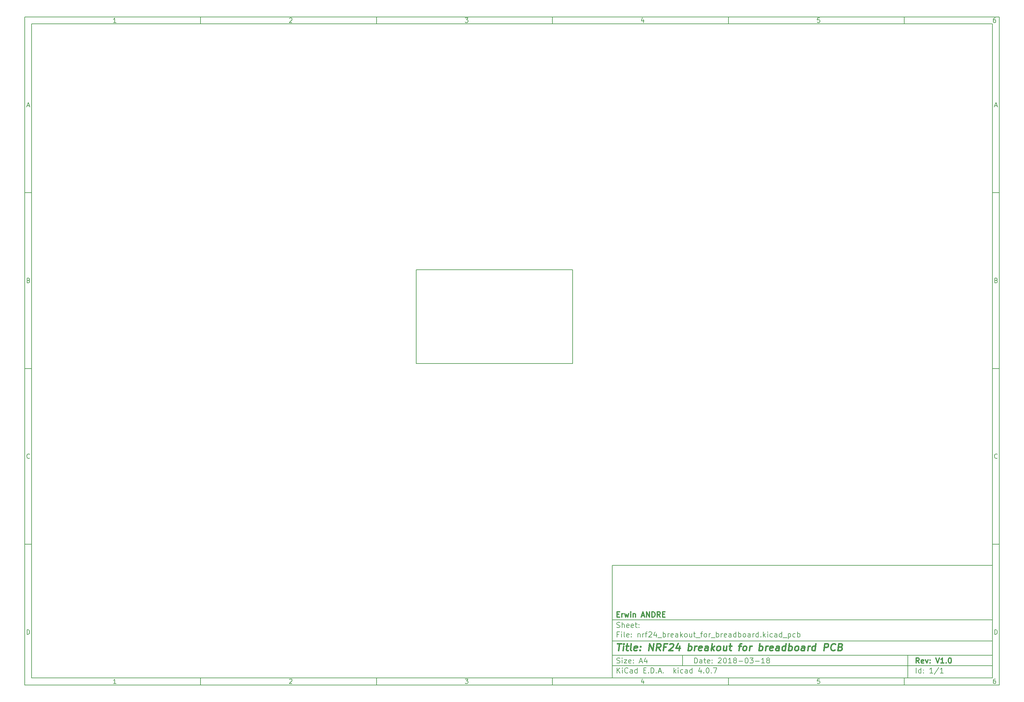
<source format=gm1>
G04 #@! TF.FileFunction,Profile,NP*
%FSLAX46Y46*%
G04 Gerber Fmt 4.6, Leading zero omitted, Abs format (unit mm)*
G04 Created by KiCad (PCBNEW 4.0.7) date 03/19/18 18:58:34*
%MOMM*%
%LPD*%
G01*
G04 APERTURE LIST*
%ADD10C,0.100000*%
%ADD11C,0.150000*%
%ADD12C,0.300000*%
%ADD13C,0.400000*%
G04 APERTURE END LIST*
D10*
D11*
X177002200Y-166007200D02*
X177002200Y-198007200D01*
X285002200Y-198007200D01*
X285002200Y-166007200D01*
X177002200Y-166007200D01*
D10*
D11*
X10000000Y-10000000D02*
X10000000Y-200007200D01*
X287002200Y-200007200D01*
X287002200Y-10000000D01*
X10000000Y-10000000D01*
D10*
D11*
X12000000Y-12000000D02*
X12000000Y-198007200D01*
X285002200Y-198007200D01*
X285002200Y-12000000D01*
X12000000Y-12000000D01*
D10*
D11*
X60000000Y-12000000D02*
X60000000Y-10000000D01*
D10*
D11*
X110000000Y-12000000D02*
X110000000Y-10000000D01*
D10*
D11*
X160000000Y-12000000D02*
X160000000Y-10000000D01*
D10*
D11*
X210000000Y-12000000D02*
X210000000Y-10000000D01*
D10*
D11*
X260000000Y-12000000D02*
X260000000Y-10000000D01*
D10*
D11*
X35990476Y-11588095D02*
X35247619Y-11588095D01*
X35619048Y-11588095D02*
X35619048Y-10288095D01*
X35495238Y-10473810D01*
X35371429Y-10597619D01*
X35247619Y-10659524D01*
D10*
D11*
X85247619Y-10411905D02*
X85309524Y-10350000D01*
X85433333Y-10288095D01*
X85742857Y-10288095D01*
X85866667Y-10350000D01*
X85928571Y-10411905D01*
X85990476Y-10535714D01*
X85990476Y-10659524D01*
X85928571Y-10845238D01*
X85185714Y-11588095D01*
X85990476Y-11588095D01*
D10*
D11*
X135185714Y-10288095D02*
X135990476Y-10288095D01*
X135557143Y-10783333D01*
X135742857Y-10783333D01*
X135866667Y-10845238D01*
X135928571Y-10907143D01*
X135990476Y-11030952D01*
X135990476Y-11340476D01*
X135928571Y-11464286D01*
X135866667Y-11526190D01*
X135742857Y-11588095D01*
X135371429Y-11588095D01*
X135247619Y-11526190D01*
X135185714Y-11464286D01*
D10*
D11*
X185866667Y-10721429D02*
X185866667Y-11588095D01*
X185557143Y-10226190D02*
X185247619Y-11154762D01*
X186052381Y-11154762D01*
D10*
D11*
X235928571Y-10288095D02*
X235309524Y-10288095D01*
X235247619Y-10907143D01*
X235309524Y-10845238D01*
X235433333Y-10783333D01*
X235742857Y-10783333D01*
X235866667Y-10845238D01*
X235928571Y-10907143D01*
X235990476Y-11030952D01*
X235990476Y-11340476D01*
X235928571Y-11464286D01*
X235866667Y-11526190D01*
X235742857Y-11588095D01*
X235433333Y-11588095D01*
X235309524Y-11526190D01*
X235247619Y-11464286D01*
D10*
D11*
X285866667Y-10288095D02*
X285619048Y-10288095D01*
X285495238Y-10350000D01*
X285433333Y-10411905D01*
X285309524Y-10597619D01*
X285247619Y-10845238D01*
X285247619Y-11340476D01*
X285309524Y-11464286D01*
X285371429Y-11526190D01*
X285495238Y-11588095D01*
X285742857Y-11588095D01*
X285866667Y-11526190D01*
X285928571Y-11464286D01*
X285990476Y-11340476D01*
X285990476Y-11030952D01*
X285928571Y-10907143D01*
X285866667Y-10845238D01*
X285742857Y-10783333D01*
X285495238Y-10783333D01*
X285371429Y-10845238D01*
X285309524Y-10907143D01*
X285247619Y-11030952D01*
D10*
D11*
X60000000Y-198007200D02*
X60000000Y-200007200D01*
D10*
D11*
X110000000Y-198007200D02*
X110000000Y-200007200D01*
D10*
D11*
X160000000Y-198007200D02*
X160000000Y-200007200D01*
D10*
D11*
X210000000Y-198007200D02*
X210000000Y-200007200D01*
D10*
D11*
X260000000Y-198007200D02*
X260000000Y-200007200D01*
D10*
D11*
X35990476Y-199595295D02*
X35247619Y-199595295D01*
X35619048Y-199595295D02*
X35619048Y-198295295D01*
X35495238Y-198481010D01*
X35371429Y-198604819D01*
X35247619Y-198666724D01*
D10*
D11*
X85247619Y-198419105D02*
X85309524Y-198357200D01*
X85433333Y-198295295D01*
X85742857Y-198295295D01*
X85866667Y-198357200D01*
X85928571Y-198419105D01*
X85990476Y-198542914D01*
X85990476Y-198666724D01*
X85928571Y-198852438D01*
X85185714Y-199595295D01*
X85990476Y-199595295D01*
D10*
D11*
X135185714Y-198295295D02*
X135990476Y-198295295D01*
X135557143Y-198790533D01*
X135742857Y-198790533D01*
X135866667Y-198852438D01*
X135928571Y-198914343D01*
X135990476Y-199038152D01*
X135990476Y-199347676D01*
X135928571Y-199471486D01*
X135866667Y-199533390D01*
X135742857Y-199595295D01*
X135371429Y-199595295D01*
X135247619Y-199533390D01*
X135185714Y-199471486D01*
D10*
D11*
X185866667Y-198728629D02*
X185866667Y-199595295D01*
X185557143Y-198233390D02*
X185247619Y-199161962D01*
X186052381Y-199161962D01*
D10*
D11*
X235928571Y-198295295D02*
X235309524Y-198295295D01*
X235247619Y-198914343D01*
X235309524Y-198852438D01*
X235433333Y-198790533D01*
X235742857Y-198790533D01*
X235866667Y-198852438D01*
X235928571Y-198914343D01*
X235990476Y-199038152D01*
X235990476Y-199347676D01*
X235928571Y-199471486D01*
X235866667Y-199533390D01*
X235742857Y-199595295D01*
X235433333Y-199595295D01*
X235309524Y-199533390D01*
X235247619Y-199471486D01*
D10*
D11*
X285866667Y-198295295D02*
X285619048Y-198295295D01*
X285495238Y-198357200D01*
X285433333Y-198419105D01*
X285309524Y-198604819D01*
X285247619Y-198852438D01*
X285247619Y-199347676D01*
X285309524Y-199471486D01*
X285371429Y-199533390D01*
X285495238Y-199595295D01*
X285742857Y-199595295D01*
X285866667Y-199533390D01*
X285928571Y-199471486D01*
X285990476Y-199347676D01*
X285990476Y-199038152D01*
X285928571Y-198914343D01*
X285866667Y-198852438D01*
X285742857Y-198790533D01*
X285495238Y-198790533D01*
X285371429Y-198852438D01*
X285309524Y-198914343D01*
X285247619Y-199038152D01*
D10*
D11*
X10000000Y-60000000D02*
X12000000Y-60000000D01*
D10*
D11*
X10000000Y-110000000D02*
X12000000Y-110000000D01*
D10*
D11*
X10000000Y-160000000D02*
X12000000Y-160000000D01*
D10*
D11*
X10690476Y-35216667D02*
X11309524Y-35216667D01*
X10566667Y-35588095D02*
X11000000Y-34288095D01*
X11433333Y-35588095D01*
D10*
D11*
X11092857Y-84907143D02*
X11278571Y-84969048D01*
X11340476Y-85030952D01*
X11402381Y-85154762D01*
X11402381Y-85340476D01*
X11340476Y-85464286D01*
X11278571Y-85526190D01*
X11154762Y-85588095D01*
X10659524Y-85588095D01*
X10659524Y-84288095D01*
X11092857Y-84288095D01*
X11216667Y-84350000D01*
X11278571Y-84411905D01*
X11340476Y-84535714D01*
X11340476Y-84659524D01*
X11278571Y-84783333D01*
X11216667Y-84845238D01*
X11092857Y-84907143D01*
X10659524Y-84907143D01*
D10*
D11*
X11402381Y-135464286D02*
X11340476Y-135526190D01*
X11154762Y-135588095D01*
X11030952Y-135588095D01*
X10845238Y-135526190D01*
X10721429Y-135402381D01*
X10659524Y-135278571D01*
X10597619Y-135030952D01*
X10597619Y-134845238D01*
X10659524Y-134597619D01*
X10721429Y-134473810D01*
X10845238Y-134350000D01*
X11030952Y-134288095D01*
X11154762Y-134288095D01*
X11340476Y-134350000D01*
X11402381Y-134411905D01*
D10*
D11*
X10659524Y-185588095D02*
X10659524Y-184288095D01*
X10969048Y-184288095D01*
X11154762Y-184350000D01*
X11278571Y-184473810D01*
X11340476Y-184597619D01*
X11402381Y-184845238D01*
X11402381Y-185030952D01*
X11340476Y-185278571D01*
X11278571Y-185402381D01*
X11154762Y-185526190D01*
X10969048Y-185588095D01*
X10659524Y-185588095D01*
D10*
D11*
X287002200Y-60000000D02*
X285002200Y-60000000D01*
D10*
D11*
X287002200Y-110000000D02*
X285002200Y-110000000D01*
D10*
D11*
X287002200Y-160000000D02*
X285002200Y-160000000D01*
D10*
D11*
X285692676Y-35216667D02*
X286311724Y-35216667D01*
X285568867Y-35588095D02*
X286002200Y-34288095D01*
X286435533Y-35588095D01*
D10*
D11*
X286095057Y-84907143D02*
X286280771Y-84969048D01*
X286342676Y-85030952D01*
X286404581Y-85154762D01*
X286404581Y-85340476D01*
X286342676Y-85464286D01*
X286280771Y-85526190D01*
X286156962Y-85588095D01*
X285661724Y-85588095D01*
X285661724Y-84288095D01*
X286095057Y-84288095D01*
X286218867Y-84350000D01*
X286280771Y-84411905D01*
X286342676Y-84535714D01*
X286342676Y-84659524D01*
X286280771Y-84783333D01*
X286218867Y-84845238D01*
X286095057Y-84907143D01*
X285661724Y-84907143D01*
D10*
D11*
X286404581Y-135464286D02*
X286342676Y-135526190D01*
X286156962Y-135588095D01*
X286033152Y-135588095D01*
X285847438Y-135526190D01*
X285723629Y-135402381D01*
X285661724Y-135278571D01*
X285599819Y-135030952D01*
X285599819Y-134845238D01*
X285661724Y-134597619D01*
X285723629Y-134473810D01*
X285847438Y-134350000D01*
X286033152Y-134288095D01*
X286156962Y-134288095D01*
X286342676Y-134350000D01*
X286404581Y-134411905D01*
D10*
D11*
X285661724Y-185588095D02*
X285661724Y-184288095D01*
X285971248Y-184288095D01*
X286156962Y-184350000D01*
X286280771Y-184473810D01*
X286342676Y-184597619D01*
X286404581Y-184845238D01*
X286404581Y-185030952D01*
X286342676Y-185278571D01*
X286280771Y-185402381D01*
X286156962Y-185526190D01*
X285971248Y-185588095D01*
X285661724Y-185588095D01*
D10*
D11*
X200359343Y-193785771D02*
X200359343Y-192285771D01*
X200716486Y-192285771D01*
X200930771Y-192357200D01*
X201073629Y-192500057D01*
X201145057Y-192642914D01*
X201216486Y-192928629D01*
X201216486Y-193142914D01*
X201145057Y-193428629D01*
X201073629Y-193571486D01*
X200930771Y-193714343D01*
X200716486Y-193785771D01*
X200359343Y-193785771D01*
X202502200Y-193785771D02*
X202502200Y-193000057D01*
X202430771Y-192857200D01*
X202287914Y-192785771D01*
X202002200Y-192785771D01*
X201859343Y-192857200D01*
X202502200Y-193714343D02*
X202359343Y-193785771D01*
X202002200Y-193785771D01*
X201859343Y-193714343D01*
X201787914Y-193571486D01*
X201787914Y-193428629D01*
X201859343Y-193285771D01*
X202002200Y-193214343D01*
X202359343Y-193214343D01*
X202502200Y-193142914D01*
X203002200Y-192785771D02*
X203573629Y-192785771D01*
X203216486Y-192285771D02*
X203216486Y-193571486D01*
X203287914Y-193714343D01*
X203430772Y-193785771D01*
X203573629Y-193785771D01*
X204645057Y-193714343D02*
X204502200Y-193785771D01*
X204216486Y-193785771D01*
X204073629Y-193714343D01*
X204002200Y-193571486D01*
X204002200Y-193000057D01*
X204073629Y-192857200D01*
X204216486Y-192785771D01*
X204502200Y-192785771D01*
X204645057Y-192857200D01*
X204716486Y-193000057D01*
X204716486Y-193142914D01*
X204002200Y-193285771D01*
X205359343Y-193642914D02*
X205430771Y-193714343D01*
X205359343Y-193785771D01*
X205287914Y-193714343D01*
X205359343Y-193642914D01*
X205359343Y-193785771D01*
X205359343Y-192857200D02*
X205430771Y-192928629D01*
X205359343Y-193000057D01*
X205287914Y-192928629D01*
X205359343Y-192857200D01*
X205359343Y-193000057D01*
X207145057Y-192428629D02*
X207216486Y-192357200D01*
X207359343Y-192285771D01*
X207716486Y-192285771D01*
X207859343Y-192357200D01*
X207930772Y-192428629D01*
X208002200Y-192571486D01*
X208002200Y-192714343D01*
X207930772Y-192928629D01*
X207073629Y-193785771D01*
X208002200Y-193785771D01*
X208930771Y-192285771D02*
X209073628Y-192285771D01*
X209216485Y-192357200D01*
X209287914Y-192428629D01*
X209359343Y-192571486D01*
X209430771Y-192857200D01*
X209430771Y-193214343D01*
X209359343Y-193500057D01*
X209287914Y-193642914D01*
X209216485Y-193714343D01*
X209073628Y-193785771D01*
X208930771Y-193785771D01*
X208787914Y-193714343D01*
X208716485Y-193642914D01*
X208645057Y-193500057D01*
X208573628Y-193214343D01*
X208573628Y-192857200D01*
X208645057Y-192571486D01*
X208716485Y-192428629D01*
X208787914Y-192357200D01*
X208930771Y-192285771D01*
X210859342Y-193785771D02*
X210002199Y-193785771D01*
X210430771Y-193785771D02*
X210430771Y-192285771D01*
X210287914Y-192500057D01*
X210145056Y-192642914D01*
X210002199Y-192714343D01*
X211716485Y-192928629D02*
X211573627Y-192857200D01*
X211502199Y-192785771D01*
X211430770Y-192642914D01*
X211430770Y-192571486D01*
X211502199Y-192428629D01*
X211573627Y-192357200D01*
X211716485Y-192285771D01*
X212002199Y-192285771D01*
X212145056Y-192357200D01*
X212216485Y-192428629D01*
X212287913Y-192571486D01*
X212287913Y-192642914D01*
X212216485Y-192785771D01*
X212145056Y-192857200D01*
X212002199Y-192928629D01*
X211716485Y-192928629D01*
X211573627Y-193000057D01*
X211502199Y-193071486D01*
X211430770Y-193214343D01*
X211430770Y-193500057D01*
X211502199Y-193642914D01*
X211573627Y-193714343D01*
X211716485Y-193785771D01*
X212002199Y-193785771D01*
X212145056Y-193714343D01*
X212216485Y-193642914D01*
X212287913Y-193500057D01*
X212287913Y-193214343D01*
X212216485Y-193071486D01*
X212145056Y-193000057D01*
X212002199Y-192928629D01*
X212930770Y-193214343D02*
X214073627Y-193214343D01*
X215073627Y-192285771D02*
X215216484Y-192285771D01*
X215359341Y-192357200D01*
X215430770Y-192428629D01*
X215502199Y-192571486D01*
X215573627Y-192857200D01*
X215573627Y-193214343D01*
X215502199Y-193500057D01*
X215430770Y-193642914D01*
X215359341Y-193714343D01*
X215216484Y-193785771D01*
X215073627Y-193785771D01*
X214930770Y-193714343D01*
X214859341Y-193642914D01*
X214787913Y-193500057D01*
X214716484Y-193214343D01*
X214716484Y-192857200D01*
X214787913Y-192571486D01*
X214859341Y-192428629D01*
X214930770Y-192357200D01*
X215073627Y-192285771D01*
X216073627Y-192285771D02*
X217002198Y-192285771D01*
X216502198Y-192857200D01*
X216716484Y-192857200D01*
X216859341Y-192928629D01*
X216930770Y-193000057D01*
X217002198Y-193142914D01*
X217002198Y-193500057D01*
X216930770Y-193642914D01*
X216859341Y-193714343D01*
X216716484Y-193785771D01*
X216287912Y-193785771D01*
X216145055Y-193714343D01*
X216073627Y-193642914D01*
X217645055Y-193214343D02*
X218787912Y-193214343D01*
X220287912Y-193785771D02*
X219430769Y-193785771D01*
X219859341Y-193785771D02*
X219859341Y-192285771D01*
X219716484Y-192500057D01*
X219573626Y-192642914D01*
X219430769Y-192714343D01*
X221145055Y-192928629D02*
X221002197Y-192857200D01*
X220930769Y-192785771D01*
X220859340Y-192642914D01*
X220859340Y-192571486D01*
X220930769Y-192428629D01*
X221002197Y-192357200D01*
X221145055Y-192285771D01*
X221430769Y-192285771D01*
X221573626Y-192357200D01*
X221645055Y-192428629D01*
X221716483Y-192571486D01*
X221716483Y-192642914D01*
X221645055Y-192785771D01*
X221573626Y-192857200D01*
X221430769Y-192928629D01*
X221145055Y-192928629D01*
X221002197Y-193000057D01*
X220930769Y-193071486D01*
X220859340Y-193214343D01*
X220859340Y-193500057D01*
X220930769Y-193642914D01*
X221002197Y-193714343D01*
X221145055Y-193785771D01*
X221430769Y-193785771D01*
X221573626Y-193714343D01*
X221645055Y-193642914D01*
X221716483Y-193500057D01*
X221716483Y-193214343D01*
X221645055Y-193071486D01*
X221573626Y-193000057D01*
X221430769Y-192928629D01*
D10*
D11*
X177002200Y-194507200D02*
X285002200Y-194507200D01*
D10*
D11*
X178359343Y-196585771D02*
X178359343Y-195085771D01*
X179216486Y-196585771D02*
X178573629Y-195728629D01*
X179216486Y-195085771D02*
X178359343Y-195942914D01*
X179859343Y-196585771D02*
X179859343Y-195585771D01*
X179859343Y-195085771D02*
X179787914Y-195157200D01*
X179859343Y-195228629D01*
X179930771Y-195157200D01*
X179859343Y-195085771D01*
X179859343Y-195228629D01*
X181430772Y-196442914D02*
X181359343Y-196514343D01*
X181145057Y-196585771D01*
X181002200Y-196585771D01*
X180787915Y-196514343D01*
X180645057Y-196371486D01*
X180573629Y-196228629D01*
X180502200Y-195942914D01*
X180502200Y-195728629D01*
X180573629Y-195442914D01*
X180645057Y-195300057D01*
X180787915Y-195157200D01*
X181002200Y-195085771D01*
X181145057Y-195085771D01*
X181359343Y-195157200D01*
X181430772Y-195228629D01*
X182716486Y-196585771D02*
X182716486Y-195800057D01*
X182645057Y-195657200D01*
X182502200Y-195585771D01*
X182216486Y-195585771D01*
X182073629Y-195657200D01*
X182716486Y-196514343D02*
X182573629Y-196585771D01*
X182216486Y-196585771D01*
X182073629Y-196514343D01*
X182002200Y-196371486D01*
X182002200Y-196228629D01*
X182073629Y-196085771D01*
X182216486Y-196014343D01*
X182573629Y-196014343D01*
X182716486Y-195942914D01*
X184073629Y-196585771D02*
X184073629Y-195085771D01*
X184073629Y-196514343D02*
X183930772Y-196585771D01*
X183645058Y-196585771D01*
X183502200Y-196514343D01*
X183430772Y-196442914D01*
X183359343Y-196300057D01*
X183359343Y-195871486D01*
X183430772Y-195728629D01*
X183502200Y-195657200D01*
X183645058Y-195585771D01*
X183930772Y-195585771D01*
X184073629Y-195657200D01*
X185930772Y-195800057D02*
X186430772Y-195800057D01*
X186645058Y-196585771D02*
X185930772Y-196585771D01*
X185930772Y-195085771D01*
X186645058Y-195085771D01*
X187287915Y-196442914D02*
X187359343Y-196514343D01*
X187287915Y-196585771D01*
X187216486Y-196514343D01*
X187287915Y-196442914D01*
X187287915Y-196585771D01*
X188002201Y-196585771D02*
X188002201Y-195085771D01*
X188359344Y-195085771D01*
X188573629Y-195157200D01*
X188716487Y-195300057D01*
X188787915Y-195442914D01*
X188859344Y-195728629D01*
X188859344Y-195942914D01*
X188787915Y-196228629D01*
X188716487Y-196371486D01*
X188573629Y-196514343D01*
X188359344Y-196585771D01*
X188002201Y-196585771D01*
X189502201Y-196442914D02*
X189573629Y-196514343D01*
X189502201Y-196585771D01*
X189430772Y-196514343D01*
X189502201Y-196442914D01*
X189502201Y-196585771D01*
X190145058Y-196157200D02*
X190859344Y-196157200D01*
X190002201Y-196585771D02*
X190502201Y-195085771D01*
X191002201Y-196585771D01*
X191502201Y-196442914D02*
X191573629Y-196514343D01*
X191502201Y-196585771D01*
X191430772Y-196514343D01*
X191502201Y-196442914D01*
X191502201Y-196585771D01*
X194502201Y-196585771D02*
X194502201Y-195085771D01*
X194645058Y-196014343D02*
X195073629Y-196585771D01*
X195073629Y-195585771D02*
X194502201Y-196157200D01*
X195716487Y-196585771D02*
X195716487Y-195585771D01*
X195716487Y-195085771D02*
X195645058Y-195157200D01*
X195716487Y-195228629D01*
X195787915Y-195157200D01*
X195716487Y-195085771D01*
X195716487Y-195228629D01*
X197073630Y-196514343D02*
X196930773Y-196585771D01*
X196645059Y-196585771D01*
X196502201Y-196514343D01*
X196430773Y-196442914D01*
X196359344Y-196300057D01*
X196359344Y-195871486D01*
X196430773Y-195728629D01*
X196502201Y-195657200D01*
X196645059Y-195585771D01*
X196930773Y-195585771D01*
X197073630Y-195657200D01*
X198359344Y-196585771D02*
X198359344Y-195800057D01*
X198287915Y-195657200D01*
X198145058Y-195585771D01*
X197859344Y-195585771D01*
X197716487Y-195657200D01*
X198359344Y-196514343D02*
X198216487Y-196585771D01*
X197859344Y-196585771D01*
X197716487Y-196514343D01*
X197645058Y-196371486D01*
X197645058Y-196228629D01*
X197716487Y-196085771D01*
X197859344Y-196014343D01*
X198216487Y-196014343D01*
X198359344Y-195942914D01*
X199716487Y-196585771D02*
X199716487Y-195085771D01*
X199716487Y-196514343D02*
X199573630Y-196585771D01*
X199287916Y-196585771D01*
X199145058Y-196514343D01*
X199073630Y-196442914D01*
X199002201Y-196300057D01*
X199002201Y-195871486D01*
X199073630Y-195728629D01*
X199145058Y-195657200D01*
X199287916Y-195585771D01*
X199573630Y-195585771D01*
X199716487Y-195657200D01*
X202216487Y-195585771D02*
X202216487Y-196585771D01*
X201859344Y-195014343D02*
X201502201Y-196085771D01*
X202430773Y-196085771D01*
X203002201Y-196442914D02*
X203073629Y-196514343D01*
X203002201Y-196585771D01*
X202930772Y-196514343D01*
X203002201Y-196442914D01*
X203002201Y-196585771D01*
X204002201Y-195085771D02*
X204145058Y-195085771D01*
X204287915Y-195157200D01*
X204359344Y-195228629D01*
X204430773Y-195371486D01*
X204502201Y-195657200D01*
X204502201Y-196014343D01*
X204430773Y-196300057D01*
X204359344Y-196442914D01*
X204287915Y-196514343D01*
X204145058Y-196585771D01*
X204002201Y-196585771D01*
X203859344Y-196514343D01*
X203787915Y-196442914D01*
X203716487Y-196300057D01*
X203645058Y-196014343D01*
X203645058Y-195657200D01*
X203716487Y-195371486D01*
X203787915Y-195228629D01*
X203859344Y-195157200D01*
X204002201Y-195085771D01*
X205145058Y-196442914D02*
X205216486Y-196514343D01*
X205145058Y-196585771D01*
X205073629Y-196514343D01*
X205145058Y-196442914D01*
X205145058Y-196585771D01*
X205716487Y-195085771D02*
X206716487Y-195085771D01*
X206073630Y-196585771D01*
D10*
D11*
X177002200Y-191507200D02*
X285002200Y-191507200D01*
D10*
D12*
X264216486Y-193785771D02*
X263716486Y-193071486D01*
X263359343Y-193785771D02*
X263359343Y-192285771D01*
X263930771Y-192285771D01*
X264073629Y-192357200D01*
X264145057Y-192428629D01*
X264216486Y-192571486D01*
X264216486Y-192785771D01*
X264145057Y-192928629D01*
X264073629Y-193000057D01*
X263930771Y-193071486D01*
X263359343Y-193071486D01*
X265430771Y-193714343D02*
X265287914Y-193785771D01*
X265002200Y-193785771D01*
X264859343Y-193714343D01*
X264787914Y-193571486D01*
X264787914Y-193000057D01*
X264859343Y-192857200D01*
X265002200Y-192785771D01*
X265287914Y-192785771D01*
X265430771Y-192857200D01*
X265502200Y-193000057D01*
X265502200Y-193142914D01*
X264787914Y-193285771D01*
X266002200Y-192785771D02*
X266359343Y-193785771D01*
X266716485Y-192785771D01*
X267287914Y-193642914D02*
X267359342Y-193714343D01*
X267287914Y-193785771D01*
X267216485Y-193714343D01*
X267287914Y-193642914D01*
X267287914Y-193785771D01*
X267287914Y-192857200D02*
X267359342Y-192928629D01*
X267287914Y-193000057D01*
X267216485Y-192928629D01*
X267287914Y-192857200D01*
X267287914Y-193000057D01*
X268930771Y-192285771D02*
X269430771Y-193785771D01*
X269930771Y-192285771D01*
X271216485Y-193785771D02*
X270359342Y-193785771D01*
X270787914Y-193785771D02*
X270787914Y-192285771D01*
X270645057Y-192500057D01*
X270502199Y-192642914D01*
X270359342Y-192714343D01*
X271859342Y-193642914D02*
X271930770Y-193714343D01*
X271859342Y-193785771D01*
X271787913Y-193714343D01*
X271859342Y-193642914D01*
X271859342Y-193785771D01*
X272859342Y-192285771D02*
X273002199Y-192285771D01*
X273145056Y-192357200D01*
X273216485Y-192428629D01*
X273287914Y-192571486D01*
X273359342Y-192857200D01*
X273359342Y-193214343D01*
X273287914Y-193500057D01*
X273216485Y-193642914D01*
X273145056Y-193714343D01*
X273002199Y-193785771D01*
X272859342Y-193785771D01*
X272716485Y-193714343D01*
X272645056Y-193642914D01*
X272573628Y-193500057D01*
X272502199Y-193214343D01*
X272502199Y-192857200D01*
X272573628Y-192571486D01*
X272645056Y-192428629D01*
X272716485Y-192357200D01*
X272859342Y-192285771D01*
D10*
D11*
X178287914Y-193714343D02*
X178502200Y-193785771D01*
X178859343Y-193785771D01*
X179002200Y-193714343D01*
X179073629Y-193642914D01*
X179145057Y-193500057D01*
X179145057Y-193357200D01*
X179073629Y-193214343D01*
X179002200Y-193142914D01*
X178859343Y-193071486D01*
X178573629Y-193000057D01*
X178430771Y-192928629D01*
X178359343Y-192857200D01*
X178287914Y-192714343D01*
X178287914Y-192571486D01*
X178359343Y-192428629D01*
X178430771Y-192357200D01*
X178573629Y-192285771D01*
X178930771Y-192285771D01*
X179145057Y-192357200D01*
X179787914Y-193785771D02*
X179787914Y-192785771D01*
X179787914Y-192285771D02*
X179716485Y-192357200D01*
X179787914Y-192428629D01*
X179859342Y-192357200D01*
X179787914Y-192285771D01*
X179787914Y-192428629D01*
X180359343Y-192785771D02*
X181145057Y-192785771D01*
X180359343Y-193785771D01*
X181145057Y-193785771D01*
X182287914Y-193714343D02*
X182145057Y-193785771D01*
X181859343Y-193785771D01*
X181716486Y-193714343D01*
X181645057Y-193571486D01*
X181645057Y-193000057D01*
X181716486Y-192857200D01*
X181859343Y-192785771D01*
X182145057Y-192785771D01*
X182287914Y-192857200D01*
X182359343Y-193000057D01*
X182359343Y-193142914D01*
X181645057Y-193285771D01*
X183002200Y-193642914D02*
X183073628Y-193714343D01*
X183002200Y-193785771D01*
X182930771Y-193714343D01*
X183002200Y-193642914D01*
X183002200Y-193785771D01*
X183002200Y-192857200D02*
X183073628Y-192928629D01*
X183002200Y-193000057D01*
X182930771Y-192928629D01*
X183002200Y-192857200D01*
X183002200Y-193000057D01*
X184787914Y-193357200D02*
X185502200Y-193357200D01*
X184645057Y-193785771D02*
X185145057Y-192285771D01*
X185645057Y-193785771D01*
X186787914Y-192785771D02*
X186787914Y-193785771D01*
X186430771Y-192214343D02*
X186073628Y-193285771D01*
X187002200Y-193285771D01*
D10*
D11*
X263359343Y-196585771D02*
X263359343Y-195085771D01*
X264716486Y-196585771D02*
X264716486Y-195085771D01*
X264716486Y-196514343D02*
X264573629Y-196585771D01*
X264287915Y-196585771D01*
X264145057Y-196514343D01*
X264073629Y-196442914D01*
X264002200Y-196300057D01*
X264002200Y-195871486D01*
X264073629Y-195728629D01*
X264145057Y-195657200D01*
X264287915Y-195585771D01*
X264573629Y-195585771D01*
X264716486Y-195657200D01*
X265430772Y-196442914D02*
X265502200Y-196514343D01*
X265430772Y-196585771D01*
X265359343Y-196514343D01*
X265430772Y-196442914D01*
X265430772Y-196585771D01*
X265430772Y-195657200D02*
X265502200Y-195728629D01*
X265430772Y-195800057D01*
X265359343Y-195728629D01*
X265430772Y-195657200D01*
X265430772Y-195800057D01*
X268073629Y-196585771D02*
X267216486Y-196585771D01*
X267645058Y-196585771D02*
X267645058Y-195085771D01*
X267502201Y-195300057D01*
X267359343Y-195442914D01*
X267216486Y-195514343D01*
X269787914Y-195014343D02*
X268502200Y-196942914D01*
X271073629Y-196585771D02*
X270216486Y-196585771D01*
X270645058Y-196585771D02*
X270645058Y-195085771D01*
X270502201Y-195300057D01*
X270359343Y-195442914D01*
X270216486Y-195514343D01*
D10*
D11*
X177002200Y-187507200D02*
X285002200Y-187507200D01*
D10*
D13*
X178454581Y-188211962D02*
X179597438Y-188211962D01*
X178776010Y-190211962D02*
X179026010Y-188211962D01*
X180014105Y-190211962D02*
X180180771Y-188878629D01*
X180264105Y-188211962D02*
X180156962Y-188307200D01*
X180240295Y-188402438D01*
X180347439Y-188307200D01*
X180264105Y-188211962D01*
X180240295Y-188402438D01*
X180847438Y-188878629D02*
X181609343Y-188878629D01*
X181216486Y-188211962D02*
X181002200Y-189926248D01*
X181073630Y-190116724D01*
X181252201Y-190211962D01*
X181442677Y-190211962D01*
X182395058Y-190211962D02*
X182216487Y-190116724D01*
X182145057Y-189926248D01*
X182359343Y-188211962D01*
X183930772Y-190116724D02*
X183728391Y-190211962D01*
X183347439Y-190211962D01*
X183168867Y-190116724D01*
X183097438Y-189926248D01*
X183192676Y-189164343D01*
X183311724Y-188973867D01*
X183514105Y-188878629D01*
X183895057Y-188878629D01*
X184073629Y-188973867D01*
X184145057Y-189164343D01*
X184121248Y-189354819D01*
X183145057Y-189545295D01*
X184895057Y-190021486D02*
X184978392Y-190116724D01*
X184871248Y-190211962D01*
X184787915Y-190116724D01*
X184895057Y-190021486D01*
X184871248Y-190211962D01*
X185026010Y-188973867D02*
X185109344Y-189069105D01*
X185002200Y-189164343D01*
X184918867Y-189069105D01*
X185026010Y-188973867D01*
X185002200Y-189164343D01*
X187347439Y-190211962D02*
X187597439Y-188211962D01*
X188490297Y-190211962D01*
X188740297Y-188211962D01*
X190585535Y-190211962D02*
X190037915Y-189259581D01*
X189442677Y-190211962D02*
X189692677Y-188211962D01*
X190454582Y-188211962D01*
X190633153Y-188307200D01*
X190716487Y-188402438D01*
X190787916Y-188592914D01*
X190752201Y-188878629D01*
X190633154Y-189069105D01*
X190526010Y-189164343D01*
X190323629Y-189259581D01*
X189561724Y-189259581D01*
X192240296Y-189164343D02*
X191573629Y-189164343D01*
X191442677Y-190211962D02*
X191692677Y-188211962D01*
X192645058Y-188211962D01*
X193287915Y-188402438D02*
X193395058Y-188307200D01*
X193597440Y-188211962D01*
X194073630Y-188211962D01*
X194252201Y-188307200D01*
X194335534Y-188402438D01*
X194406964Y-188592914D01*
X194383154Y-188783390D01*
X194252201Y-189069105D01*
X192966487Y-190211962D01*
X194204583Y-190211962D01*
X196085534Y-188878629D02*
X195918868Y-190211962D01*
X195704583Y-188116724D02*
X195049820Y-189545295D01*
X196287916Y-189545295D01*
X198490297Y-190211962D02*
X198740297Y-188211962D01*
X198645059Y-188973867D02*
X198847440Y-188878629D01*
X199228392Y-188878629D01*
X199406964Y-188973867D01*
X199490297Y-189069105D01*
X199561725Y-189259581D01*
X199490297Y-189831010D01*
X199371249Y-190021486D01*
X199264107Y-190116724D01*
X199061726Y-190211962D01*
X198680774Y-190211962D01*
X198502202Y-190116724D01*
X200299821Y-190211962D02*
X200466487Y-188878629D01*
X200418868Y-189259581D02*
X200537917Y-189069105D01*
X200645060Y-188973867D01*
X200847440Y-188878629D01*
X201037916Y-188878629D01*
X202311726Y-190116724D02*
X202109345Y-190211962D01*
X201728393Y-190211962D01*
X201549821Y-190116724D01*
X201478392Y-189926248D01*
X201573630Y-189164343D01*
X201692678Y-188973867D01*
X201895059Y-188878629D01*
X202276011Y-188878629D01*
X202454583Y-188973867D01*
X202526011Y-189164343D01*
X202502202Y-189354819D01*
X201526011Y-189545295D01*
X204109345Y-190211962D02*
X204240297Y-189164343D01*
X204168869Y-188973867D01*
X203990297Y-188878629D01*
X203609345Y-188878629D01*
X203406964Y-188973867D01*
X204121250Y-190116724D02*
X203918869Y-190211962D01*
X203442679Y-190211962D01*
X203264107Y-190116724D01*
X203192678Y-189926248D01*
X203216488Y-189735771D01*
X203335535Y-189545295D01*
X203537917Y-189450057D01*
X204014107Y-189450057D01*
X204216488Y-189354819D01*
X205061726Y-190211962D02*
X205311726Y-188211962D01*
X205347441Y-189450057D02*
X205823631Y-190211962D01*
X205990297Y-188878629D02*
X205133154Y-189640533D01*
X206966489Y-190211962D02*
X206787918Y-190116724D01*
X206704583Y-190021486D01*
X206633155Y-189831010D01*
X206704583Y-189259581D01*
X206823631Y-189069105D01*
X206930775Y-188973867D01*
X207133155Y-188878629D01*
X207418869Y-188878629D01*
X207597441Y-188973867D01*
X207680774Y-189069105D01*
X207752202Y-189259581D01*
X207680774Y-189831010D01*
X207561726Y-190021486D01*
X207454584Y-190116724D01*
X207252203Y-190211962D01*
X206966489Y-190211962D01*
X209514107Y-188878629D02*
X209347441Y-190211962D01*
X208656964Y-188878629D02*
X208526012Y-189926248D01*
X208597442Y-190116724D01*
X208776013Y-190211962D01*
X209061727Y-190211962D01*
X209264108Y-190116724D01*
X209371250Y-190021486D01*
X210180774Y-188878629D02*
X210942679Y-188878629D01*
X210549822Y-188211962D02*
X210335536Y-189926248D01*
X210406966Y-190116724D01*
X210585537Y-190211962D01*
X210776013Y-190211962D01*
X212847441Y-188878629D02*
X213609346Y-188878629D01*
X212966489Y-190211962D02*
X213180775Y-188497676D01*
X213299823Y-188307200D01*
X213502204Y-188211962D01*
X213692680Y-188211962D01*
X214395061Y-190211962D02*
X214216490Y-190116724D01*
X214133155Y-190021486D01*
X214061727Y-189831010D01*
X214133155Y-189259581D01*
X214252203Y-189069105D01*
X214359347Y-188973867D01*
X214561727Y-188878629D01*
X214847441Y-188878629D01*
X215026013Y-188973867D01*
X215109346Y-189069105D01*
X215180774Y-189259581D01*
X215109346Y-189831010D01*
X214990298Y-190021486D01*
X214883156Y-190116724D01*
X214680775Y-190211962D01*
X214395061Y-190211962D01*
X215918870Y-190211962D02*
X216085536Y-188878629D01*
X216037917Y-189259581D02*
X216156966Y-189069105D01*
X216264109Y-188973867D01*
X216466489Y-188878629D01*
X216656965Y-188878629D01*
X218680775Y-190211962D02*
X218930775Y-188211962D01*
X218835537Y-188973867D02*
X219037918Y-188878629D01*
X219418870Y-188878629D01*
X219597442Y-188973867D01*
X219680775Y-189069105D01*
X219752203Y-189259581D01*
X219680775Y-189831010D01*
X219561727Y-190021486D01*
X219454585Y-190116724D01*
X219252204Y-190211962D01*
X218871252Y-190211962D01*
X218692680Y-190116724D01*
X220490299Y-190211962D02*
X220656965Y-188878629D01*
X220609346Y-189259581D02*
X220728395Y-189069105D01*
X220835538Y-188973867D01*
X221037918Y-188878629D01*
X221228394Y-188878629D01*
X222502204Y-190116724D02*
X222299823Y-190211962D01*
X221918871Y-190211962D01*
X221740299Y-190116724D01*
X221668870Y-189926248D01*
X221764108Y-189164343D01*
X221883156Y-188973867D01*
X222085537Y-188878629D01*
X222466489Y-188878629D01*
X222645061Y-188973867D01*
X222716489Y-189164343D01*
X222692680Y-189354819D01*
X221716489Y-189545295D01*
X224299823Y-190211962D02*
X224430775Y-189164343D01*
X224359347Y-188973867D01*
X224180775Y-188878629D01*
X223799823Y-188878629D01*
X223597442Y-188973867D01*
X224311728Y-190116724D02*
X224109347Y-190211962D01*
X223633157Y-190211962D01*
X223454585Y-190116724D01*
X223383156Y-189926248D01*
X223406966Y-189735771D01*
X223526013Y-189545295D01*
X223728395Y-189450057D01*
X224204585Y-189450057D01*
X224406966Y-189354819D01*
X226109347Y-190211962D02*
X226359347Y-188211962D01*
X226121252Y-190116724D02*
X225918871Y-190211962D01*
X225537919Y-190211962D01*
X225359348Y-190116724D01*
X225276013Y-190021486D01*
X225204585Y-189831010D01*
X225276013Y-189259581D01*
X225395061Y-189069105D01*
X225502205Y-188973867D01*
X225704585Y-188878629D01*
X226085537Y-188878629D01*
X226264109Y-188973867D01*
X227061728Y-190211962D02*
X227311728Y-188211962D01*
X227216490Y-188973867D02*
X227418871Y-188878629D01*
X227799823Y-188878629D01*
X227978395Y-188973867D01*
X228061728Y-189069105D01*
X228133156Y-189259581D01*
X228061728Y-189831010D01*
X227942680Y-190021486D01*
X227835538Y-190116724D01*
X227633157Y-190211962D01*
X227252205Y-190211962D01*
X227073633Y-190116724D01*
X229156967Y-190211962D02*
X228978396Y-190116724D01*
X228895061Y-190021486D01*
X228823633Y-189831010D01*
X228895061Y-189259581D01*
X229014109Y-189069105D01*
X229121253Y-188973867D01*
X229323633Y-188878629D01*
X229609347Y-188878629D01*
X229787919Y-188973867D01*
X229871252Y-189069105D01*
X229942680Y-189259581D01*
X229871252Y-189831010D01*
X229752204Y-190021486D01*
X229645062Y-190116724D01*
X229442681Y-190211962D01*
X229156967Y-190211962D01*
X231537919Y-190211962D02*
X231668871Y-189164343D01*
X231597443Y-188973867D01*
X231418871Y-188878629D01*
X231037919Y-188878629D01*
X230835538Y-188973867D01*
X231549824Y-190116724D02*
X231347443Y-190211962D01*
X230871253Y-190211962D01*
X230692681Y-190116724D01*
X230621252Y-189926248D01*
X230645062Y-189735771D01*
X230764109Y-189545295D01*
X230966491Y-189450057D01*
X231442681Y-189450057D01*
X231645062Y-189354819D01*
X232490300Y-190211962D02*
X232656966Y-188878629D01*
X232609347Y-189259581D02*
X232728396Y-189069105D01*
X232835539Y-188973867D01*
X233037919Y-188878629D01*
X233228395Y-188878629D01*
X234585538Y-190211962D02*
X234835538Y-188211962D01*
X234597443Y-190116724D02*
X234395062Y-190211962D01*
X234014110Y-190211962D01*
X233835539Y-190116724D01*
X233752204Y-190021486D01*
X233680776Y-189831010D01*
X233752204Y-189259581D01*
X233871252Y-189069105D01*
X233978396Y-188973867D01*
X234180776Y-188878629D01*
X234561728Y-188878629D01*
X234740300Y-188973867D01*
X237061729Y-190211962D02*
X237311729Y-188211962D01*
X238073634Y-188211962D01*
X238252205Y-188307200D01*
X238335539Y-188402438D01*
X238406968Y-188592914D01*
X238371253Y-188878629D01*
X238252206Y-189069105D01*
X238145062Y-189164343D01*
X237942681Y-189259581D01*
X237180776Y-189259581D01*
X240228396Y-190021486D02*
X240121254Y-190116724D01*
X239823634Y-190211962D01*
X239633158Y-190211962D01*
X239359349Y-190116724D01*
X239192682Y-189926248D01*
X239121253Y-189735771D01*
X239073634Y-189354819D01*
X239109348Y-189069105D01*
X239252205Y-188688152D01*
X239371254Y-188497676D01*
X239585539Y-188307200D01*
X239883158Y-188211962D01*
X240073634Y-188211962D01*
X240347444Y-188307200D01*
X240430777Y-188402438D01*
X241859348Y-189164343D02*
X242133157Y-189259581D01*
X242216492Y-189354819D01*
X242287920Y-189545295D01*
X242252206Y-189831010D01*
X242133158Y-190021486D01*
X242026015Y-190116724D01*
X241823634Y-190211962D01*
X241061729Y-190211962D01*
X241311729Y-188211962D01*
X241978396Y-188211962D01*
X242156967Y-188307200D01*
X242240300Y-188402438D01*
X242311730Y-188592914D01*
X242287920Y-188783390D01*
X242168872Y-188973867D01*
X242061729Y-189069105D01*
X241859348Y-189164343D01*
X241192681Y-189164343D01*
D10*
D11*
X178859343Y-185600057D02*
X178359343Y-185600057D01*
X178359343Y-186385771D02*
X178359343Y-184885771D01*
X179073629Y-184885771D01*
X179645057Y-186385771D02*
X179645057Y-185385771D01*
X179645057Y-184885771D02*
X179573628Y-184957200D01*
X179645057Y-185028629D01*
X179716485Y-184957200D01*
X179645057Y-184885771D01*
X179645057Y-185028629D01*
X180573629Y-186385771D02*
X180430771Y-186314343D01*
X180359343Y-186171486D01*
X180359343Y-184885771D01*
X181716485Y-186314343D02*
X181573628Y-186385771D01*
X181287914Y-186385771D01*
X181145057Y-186314343D01*
X181073628Y-186171486D01*
X181073628Y-185600057D01*
X181145057Y-185457200D01*
X181287914Y-185385771D01*
X181573628Y-185385771D01*
X181716485Y-185457200D01*
X181787914Y-185600057D01*
X181787914Y-185742914D01*
X181073628Y-185885771D01*
X182430771Y-186242914D02*
X182502199Y-186314343D01*
X182430771Y-186385771D01*
X182359342Y-186314343D01*
X182430771Y-186242914D01*
X182430771Y-186385771D01*
X182430771Y-185457200D02*
X182502199Y-185528629D01*
X182430771Y-185600057D01*
X182359342Y-185528629D01*
X182430771Y-185457200D01*
X182430771Y-185600057D01*
X184287914Y-185385771D02*
X184287914Y-186385771D01*
X184287914Y-185528629D02*
X184359342Y-185457200D01*
X184502200Y-185385771D01*
X184716485Y-185385771D01*
X184859342Y-185457200D01*
X184930771Y-185600057D01*
X184930771Y-186385771D01*
X185645057Y-186385771D02*
X185645057Y-185385771D01*
X185645057Y-185671486D02*
X185716485Y-185528629D01*
X185787914Y-185457200D01*
X185930771Y-185385771D01*
X186073628Y-185385771D01*
X186359342Y-185385771D02*
X186930771Y-185385771D01*
X186573628Y-186385771D02*
X186573628Y-185100057D01*
X186645056Y-184957200D01*
X186787914Y-184885771D01*
X186930771Y-184885771D01*
X187359342Y-185028629D02*
X187430771Y-184957200D01*
X187573628Y-184885771D01*
X187930771Y-184885771D01*
X188073628Y-184957200D01*
X188145057Y-185028629D01*
X188216485Y-185171486D01*
X188216485Y-185314343D01*
X188145057Y-185528629D01*
X187287914Y-186385771D01*
X188216485Y-186385771D01*
X189502199Y-185385771D02*
X189502199Y-186385771D01*
X189145056Y-184814343D02*
X188787913Y-185885771D01*
X189716485Y-185885771D01*
X189930770Y-186528629D02*
X191073627Y-186528629D01*
X191430770Y-186385771D02*
X191430770Y-184885771D01*
X191430770Y-185457200D02*
X191573627Y-185385771D01*
X191859341Y-185385771D01*
X192002198Y-185457200D01*
X192073627Y-185528629D01*
X192145056Y-185671486D01*
X192145056Y-186100057D01*
X192073627Y-186242914D01*
X192002198Y-186314343D01*
X191859341Y-186385771D01*
X191573627Y-186385771D01*
X191430770Y-186314343D01*
X192787913Y-186385771D02*
X192787913Y-185385771D01*
X192787913Y-185671486D02*
X192859341Y-185528629D01*
X192930770Y-185457200D01*
X193073627Y-185385771D01*
X193216484Y-185385771D01*
X194287912Y-186314343D02*
X194145055Y-186385771D01*
X193859341Y-186385771D01*
X193716484Y-186314343D01*
X193645055Y-186171486D01*
X193645055Y-185600057D01*
X193716484Y-185457200D01*
X193859341Y-185385771D01*
X194145055Y-185385771D01*
X194287912Y-185457200D01*
X194359341Y-185600057D01*
X194359341Y-185742914D01*
X193645055Y-185885771D01*
X195645055Y-186385771D02*
X195645055Y-185600057D01*
X195573626Y-185457200D01*
X195430769Y-185385771D01*
X195145055Y-185385771D01*
X195002198Y-185457200D01*
X195645055Y-186314343D02*
X195502198Y-186385771D01*
X195145055Y-186385771D01*
X195002198Y-186314343D01*
X194930769Y-186171486D01*
X194930769Y-186028629D01*
X195002198Y-185885771D01*
X195145055Y-185814343D01*
X195502198Y-185814343D01*
X195645055Y-185742914D01*
X196359341Y-186385771D02*
X196359341Y-184885771D01*
X196502198Y-185814343D02*
X196930769Y-186385771D01*
X196930769Y-185385771D02*
X196359341Y-185957200D01*
X197787913Y-186385771D02*
X197645055Y-186314343D01*
X197573627Y-186242914D01*
X197502198Y-186100057D01*
X197502198Y-185671486D01*
X197573627Y-185528629D01*
X197645055Y-185457200D01*
X197787913Y-185385771D01*
X198002198Y-185385771D01*
X198145055Y-185457200D01*
X198216484Y-185528629D01*
X198287913Y-185671486D01*
X198287913Y-186100057D01*
X198216484Y-186242914D01*
X198145055Y-186314343D01*
X198002198Y-186385771D01*
X197787913Y-186385771D01*
X199573627Y-185385771D02*
X199573627Y-186385771D01*
X198930770Y-185385771D02*
X198930770Y-186171486D01*
X199002198Y-186314343D01*
X199145056Y-186385771D01*
X199359341Y-186385771D01*
X199502198Y-186314343D01*
X199573627Y-186242914D01*
X200073627Y-185385771D02*
X200645056Y-185385771D01*
X200287913Y-184885771D02*
X200287913Y-186171486D01*
X200359341Y-186314343D01*
X200502199Y-186385771D01*
X200645056Y-186385771D01*
X200787913Y-186528629D02*
X201930770Y-186528629D01*
X202073627Y-185385771D02*
X202645056Y-185385771D01*
X202287913Y-186385771D02*
X202287913Y-185100057D01*
X202359341Y-184957200D01*
X202502199Y-184885771D01*
X202645056Y-184885771D01*
X203359342Y-186385771D02*
X203216484Y-186314343D01*
X203145056Y-186242914D01*
X203073627Y-186100057D01*
X203073627Y-185671486D01*
X203145056Y-185528629D01*
X203216484Y-185457200D01*
X203359342Y-185385771D01*
X203573627Y-185385771D01*
X203716484Y-185457200D01*
X203787913Y-185528629D01*
X203859342Y-185671486D01*
X203859342Y-186100057D01*
X203787913Y-186242914D01*
X203716484Y-186314343D01*
X203573627Y-186385771D01*
X203359342Y-186385771D01*
X204502199Y-186385771D02*
X204502199Y-185385771D01*
X204502199Y-185671486D02*
X204573627Y-185528629D01*
X204645056Y-185457200D01*
X204787913Y-185385771D01*
X204930770Y-185385771D01*
X205073627Y-186528629D02*
X206216484Y-186528629D01*
X206573627Y-186385771D02*
X206573627Y-184885771D01*
X206573627Y-185457200D02*
X206716484Y-185385771D01*
X207002198Y-185385771D01*
X207145055Y-185457200D01*
X207216484Y-185528629D01*
X207287913Y-185671486D01*
X207287913Y-186100057D01*
X207216484Y-186242914D01*
X207145055Y-186314343D01*
X207002198Y-186385771D01*
X206716484Y-186385771D01*
X206573627Y-186314343D01*
X207930770Y-186385771D02*
X207930770Y-185385771D01*
X207930770Y-185671486D02*
X208002198Y-185528629D01*
X208073627Y-185457200D01*
X208216484Y-185385771D01*
X208359341Y-185385771D01*
X209430769Y-186314343D02*
X209287912Y-186385771D01*
X209002198Y-186385771D01*
X208859341Y-186314343D01*
X208787912Y-186171486D01*
X208787912Y-185600057D01*
X208859341Y-185457200D01*
X209002198Y-185385771D01*
X209287912Y-185385771D01*
X209430769Y-185457200D01*
X209502198Y-185600057D01*
X209502198Y-185742914D01*
X208787912Y-185885771D01*
X210787912Y-186385771D02*
X210787912Y-185600057D01*
X210716483Y-185457200D01*
X210573626Y-185385771D01*
X210287912Y-185385771D01*
X210145055Y-185457200D01*
X210787912Y-186314343D02*
X210645055Y-186385771D01*
X210287912Y-186385771D01*
X210145055Y-186314343D01*
X210073626Y-186171486D01*
X210073626Y-186028629D01*
X210145055Y-185885771D01*
X210287912Y-185814343D01*
X210645055Y-185814343D01*
X210787912Y-185742914D01*
X212145055Y-186385771D02*
X212145055Y-184885771D01*
X212145055Y-186314343D02*
X212002198Y-186385771D01*
X211716484Y-186385771D01*
X211573626Y-186314343D01*
X211502198Y-186242914D01*
X211430769Y-186100057D01*
X211430769Y-185671486D01*
X211502198Y-185528629D01*
X211573626Y-185457200D01*
X211716484Y-185385771D01*
X212002198Y-185385771D01*
X212145055Y-185457200D01*
X212859341Y-186385771D02*
X212859341Y-184885771D01*
X212859341Y-185457200D02*
X213002198Y-185385771D01*
X213287912Y-185385771D01*
X213430769Y-185457200D01*
X213502198Y-185528629D01*
X213573627Y-185671486D01*
X213573627Y-186100057D01*
X213502198Y-186242914D01*
X213430769Y-186314343D01*
X213287912Y-186385771D01*
X213002198Y-186385771D01*
X212859341Y-186314343D01*
X214430770Y-186385771D02*
X214287912Y-186314343D01*
X214216484Y-186242914D01*
X214145055Y-186100057D01*
X214145055Y-185671486D01*
X214216484Y-185528629D01*
X214287912Y-185457200D01*
X214430770Y-185385771D01*
X214645055Y-185385771D01*
X214787912Y-185457200D01*
X214859341Y-185528629D01*
X214930770Y-185671486D01*
X214930770Y-186100057D01*
X214859341Y-186242914D01*
X214787912Y-186314343D01*
X214645055Y-186385771D01*
X214430770Y-186385771D01*
X216216484Y-186385771D02*
X216216484Y-185600057D01*
X216145055Y-185457200D01*
X216002198Y-185385771D01*
X215716484Y-185385771D01*
X215573627Y-185457200D01*
X216216484Y-186314343D02*
X216073627Y-186385771D01*
X215716484Y-186385771D01*
X215573627Y-186314343D01*
X215502198Y-186171486D01*
X215502198Y-186028629D01*
X215573627Y-185885771D01*
X215716484Y-185814343D01*
X216073627Y-185814343D01*
X216216484Y-185742914D01*
X216930770Y-186385771D02*
X216930770Y-185385771D01*
X216930770Y-185671486D02*
X217002198Y-185528629D01*
X217073627Y-185457200D01*
X217216484Y-185385771D01*
X217359341Y-185385771D01*
X218502198Y-186385771D02*
X218502198Y-184885771D01*
X218502198Y-186314343D02*
X218359341Y-186385771D01*
X218073627Y-186385771D01*
X217930769Y-186314343D01*
X217859341Y-186242914D01*
X217787912Y-186100057D01*
X217787912Y-185671486D01*
X217859341Y-185528629D01*
X217930769Y-185457200D01*
X218073627Y-185385771D01*
X218359341Y-185385771D01*
X218502198Y-185457200D01*
X219216484Y-186242914D02*
X219287912Y-186314343D01*
X219216484Y-186385771D01*
X219145055Y-186314343D01*
X219216484Y-186242914D01*
X219216484Y-186385771D01*
X219930770Y-186385771D02*
X219930770Y-184885771D01*
X220073627Y-185814343D02*
X220502198Y-186385771D01*
X220502198Y-185385771D02*
X219930770Y-185957200D01*
X221145056Y-186385771D02*
X221145056Y-185385771D01*
X221145056Y-184885771D02*
X221073627Y-184957200D01*
X221145056Y-185028629D01*
X221216484Y-184957200D01*
X221145056Y-184885771D01*
X221145056Y-185028629D01*
X222502199Y-186314343D02*
X222359342Y-186385771D01*
X222073628Y-186385771D01*
X221930770Y-186314343D01*
X221859342Y-186242914D01*
X221787913Y-186100057D01*
X221787913Y-185671486D01*
X221859342Y-185528629D01*
X221930770Y-185457200D01*
X222073628Y-185385771D01*
X222359342Y-185385771D01*
X222502199Y-185457200D01*
X223787913Y-186385771D02*
X223787913Y-185600057D01*
X223716484Y-185457200D01*
X223573627Y-185385771D01*
X223287913Y-185385771D01*
X223145056Y-185457200D01*
X223787913Y-186314343D02*
X223645056Y-186385771D01*
X223287913Y-186385771D01*
X223145056Y-186314343D01*
X223073627Y-186171486D01*
X223073627Y-186028629D01*
X223145056Y-185885771D01*
X223287913Y-185814343D01*
X223645056Y-185814343D01*
X223787913Y-185742914D01*
X225145056Y-186385771D02*
X225145056Y-184885771D01*
X225145056Y-186314343D02*
X225002199Y-186385771D01*
X224716485Y-186385771D01*
X224573627Y-186314343D01*
X224502199Y-186242914D01*
X224430770Y-186100057D01*
X224430770Y-185671486D01*
X224502199Y-185528629D01*
X224573627Y-185457200D01*
X224716485Y-185385771D01*
X225002199Y-185385771D01*
X225145056Y-185457200D01*
X225502199Y-186528629D02*
X226645056Y-186528629D01*
X227002199Y-185385771D02*
X227002199Y-186885771D01*
X227002199Y-185457200D02*
X227145056Y-185385771D01*
X227430770Y-185385771D01*
X227573627Y-185457200D01*
X227645056Y-185528629D01*
X227716485Y-185671486D01*
X227716485Y-186100057D01*
X227645056Y-186242914D01*
X227573627Y-186314343D01*
X227430770Y-186385771D01*
X227145056Y-186385771D01*
X227002199Y-186314343D01*
X229002199Y-186314343D02*
X228859342Y-186385771D01*
X228573628Y-186385771D01*
X228430770Y-186314343D01*
X228359342Y-186242914D01*
X228287913Y-186100057D01*
X228287913Y-185671486D01*
X228359342Y-185528629D01*
X228430770Y-185457200D01*
X228573628Y-185385771D01*
X228859342Y-185385771D01*
X229002199Y-185457200D01*
X229645056Y-186385771D02*
X229645056Y-184885771D01*
X229645056Y-185457200D02*
X229787913Y-185385771D01*
X230073627Y-185385771D01*
X230216484Y-185457200D01*
X230287913Y-185528629D01*
X230359342Y-185671486D01*
X230359342Y-186100057D01*
X230287913Y-186242914D01*
X230216484Y-186314343D01*
X230073627Y-186385771D01*
X229787913Y-186385771D01*
X229645056Y-186314343D01*
D10*
D11*
X177002200Y-181507200D02*
X285002200Y-181507200D01*
D10*
D11*
X178287914Y-183614343D02*
X178502200Y-183685771D01*
X178859343Y-183685771D01*
X179002200Y-183614343D01*
X179073629Y-183542914D01*
X179145057Y-183400057D01*
X179145057Y-183257200D01*
X179073629Y-183114343D01*
X179002200Y-183042914D01*
X178859343Y-182971486D01*
X178573629Y-182900057D01*
X178430771Y-182828629D01*
X178359343Y-182757200D01*
X178287914Y-182614343D01*
X178287914Y-182471486D01*
X178359343Y-182328629D01*
X178430771Y-182257200D01*
X178573629Y-182185771D01*
X178930771Y-182185771D01*
X179145057Y-182257200D01*
X179787914Y-183685771D02*
X179787914Y-182185771D01*
X180430771Y-183685771D02*
X180430771Y-182900057D01*
X180359342Y-182757200D01*
X180216485Y-182685771D01*
X180002200Y-182685771D01*
X179859342Y-182757200D01*
X179787914Y-182828629D01*
X181716485Y-183614343D02*
X181573628Y-183685771D01*
X181287914Y-183685771D01*
X181145057Y-183614343D01*
X181073628Y-183471486D01*
X181073628Y-182900057D01*
X181145057Y-182757200D01*
X181287914Y-182685771D01*
X181573628Y-182685771D01*
X181716485Y-182757200D01*
X181787914Y-182900057D01*
X181787914Y-183042914D01*
X181073628Y-183185771D01*
X183002199Y-183614343D02*
X182859342Y-183685771D01*
X182573628Y-183685771D01*
X182430771Y-183614343D01*
X182359342Y-183471486D01*
X182359342Y-182900057D01*
X182430771Y-182757200D01*
X182573628Y-182685771D01*
X182859342Y-182685771D01*
X183002199Y-182757200D01*
X183073628Y-182900057D01*
X183073628Y-183042914D01*
X182359342Y-183185771D01*
X183502199Y-182685771D02*
X184073628Y-182685771D01*
X183716485Y-182185771D02*
X183716485Y-183471486D01*
X183787913Y-183614343D01*
X183930771Y-183685771D01*
X184073628Y-183685771D01*
X184573628Y-183542914D02*
X184645056Y-183614343D01*
X184573628Y-183685771D01*
X184502199Y-183614343D01*
X184573628Y-183542914D01*
X184573628Y-183685771D01*
X184573628Y-182757200D02*
X184645056Y-182828629D01*
X184573628Y-182900057D01*
X184502199Y-182828629D01*
X184573628Y-182757200D01*
X184573628Y-182900057D01*
D10*
D12*
X178359343Y-179900057D02*
X178859343Y-179900057D01*
X179073629Y-180685771D02*
X178359343Y-180685771D01*
X178359343Y-179185771D01*
X179073629Y-179185771D01*
X179716486Y-180685771D02*
X179716486Y-179685771D01*
X179716486Y-179971486D02*
X179787914Y-179828629D01*
X179859343Y-179757200D01*
X180002200Y-179685771D01*
X180145057Y-179685771D01*
X180502200Y-179685771D02*
X180787914Y-180685771D01*
X181073628Y-179971486D01*
X181359343Y-180685771D01*
X181645057Y-179685771D01*
X182216486Y-180685771D02*
X182216486Y-179685771D01*
X182216486Y-179185771D02*
X182145057Y-179257200D01*
X182216486Y-179328629D01*
X182287914Y-179257200D01*
X182216486Y-179185771D01*
X182216486Y-179328629D01*
X182930772Y-179685771D02*
X182930772Y-180685771D01*
X182930772Y-179828629D02*
X183002200Y-179757200D01*
X183145058Y-179685771D01*
X183359343Y-179685771D01*
X183502200Y-179757200D01*
X183573629Y-179900057D01*
X183573629Y-180685771D01*
X185359343Y-180257200D02*
X186073629Y-180257200D01*
X185216486Y-180685771D02*
X185716486Y-179185771D01*
X186216486Y-180685771D01*
X186716486Y-180685771D02*
X186716486Y-179185771D01*
X187573629Y-180685771D01*
X187573629Y-179185771D01*
X188287915Y-180685771D02*
X188287915Y-179185771D01*
X188645058Y-179185771D01*
X188859343Y-179257200D01*
X189002201Y-179400057D01*
X189073629Y-179542914D01*
X189145058Y-179828629D01*
X189145058Y-180042914D01*
X189073629Y-180328629D01*
X189002201Y-180471486D01*
X188859343Y-180614343D01*
X188645058Y-180685771D01*
X188287915Y-180685771D01*
X190645058Y-180685771D02*
X190145058Y-179971486D01*
X189787915Y-180685771D02*
X189787915Y-179185771D01*
X190359343Y-179185771D01*
X190502201Y-179257200D01*
X190573629Y-179328629D01*
X190645058Y-179471486D01*
X190645058Y-179685771D01*
X190573629Y-179828629D01*
X190502201Y-179900057D01*
X190359343Y-179971486D01*
X189787915Y-179971486D01*
X191287915Y-179900057D02*
X191787915Y-179900057D01*
X192002201Y-180685771D02*
X191287915Y-180685771D01*
X191287915Y-179185771D01*
X192002201Y-179185771D01*
D10*
D11*
X197002200Y-191507200D02*
X197002200Y-194507200D01*
D10*
D11*
X261002200Y-191507200D02*
X261002200Y-198007200D01*
X165735000Y-81915000D02*
X163195000Y-81915000D01*
X165735000Y-108585000D02*
X165735000Y-81915000D01*
X121285000Y-108585000D02*
X165735000Y-108585000D01*
X121285000Y-81915000D02*
X121285000Y-108585000D01*
X163195000Y-81915000D02*
X121285000Y-81915000D01*
M02*

</source>
